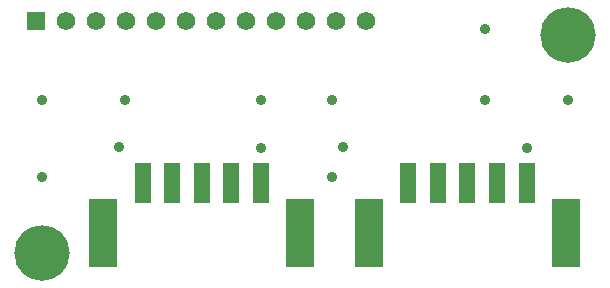
<source format=gbr>
%TF.GenerationSoftware,Altium Limited,Altium Designer,25.4.2 (15)*%
G04 Layer_Color=8388736*
%FSLAX45Y45*%
%MOMM*%
%TF.SameCoordinates,CEA3B553-39D9-45E3-89D3-1F66C04990E3*%
%TF.FilePolarity,Negative*%
%TF.FileFunction,Soldermask,Top*%
%TF.Part,Single*%
G01*
G75*
%TA.AperFunction,SMDPad,CuDef*%
%ADD20R,1.40000X3.40000*%
%ADD21R,2.40000X5.80000*%
%TA.AperFunction,ViaPad*%
%ADD22C,4.70000*%
%TA.AperFunction,ComponentPad*%
%ADD23R,1.57000X1.57000*%
%ADD24C,1.57000*%
%TA.AperFunction,ViaPad*%
%ADD25C,0.90000*%
D20*
X13650000Y4900000D02*
D03*
X13400000D02*
D03*
X13150000D02*
D03*
X12900000D02*
D03*
X12650000D02*
D03*
X14900000D02*
D03*
X15150000D02*
D03*
X15400000D02*
D03*
X15650000D02*
D03*
X15900000D02*
D03*
D21*
X13985001Y4475000D02*
D03*
X12315000D02*
D03*
X14564999D02*
D03*
X16235001D02*
D03*
D22*
X11800000Y4300000D02*
D03*
X16250000Y6150000D02*
D03*
D23*
X11750000Y6270000D02*
D03*
D24*
X12004000D02*
D03*
X12258000D02*
D03*
X12512000D02*
D03*
X12766000D02*
D03*
X13020000D02*
D03*
X13274001D02*
D03*
X13528000D02*
D03*
X13782001D02*
D03*
X14036000D02*
D03*
X14289999D02*
D03*
X14544000D02*
D03*
D25*
X14250000Y5600000D02*
D03*
X13650000D02*
D03*
X15550000D02*
D03*
Y6200000D02*
D03*
X14250000Y4950000D02*
D03*
X16250000Y5600000D02*
D03*
X12500000D02*
D03*
X11800000D02*
D03*
Y4950000D02*
D03*
X12450000Y5200000D02*
D03*
X14350000D02*
D03*
X15900000Y5190000D02*
D03*
X13650000D02*
D03*
%TF.MD5,c30b2ddb476eff99faf254f60bba81c0*%
M02*

</source>
